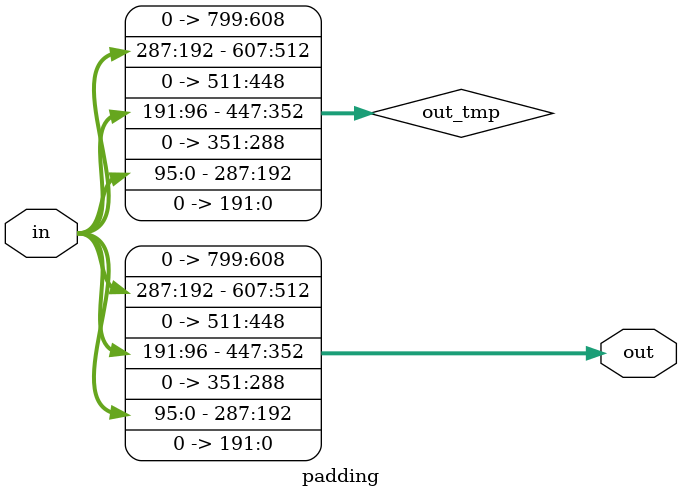
<source format=v>
`timescale 1ns / 1ps


module padding#(parameter imageWidth = 3,imageHeight = 3, kernalSize = 3,wordlength = 32)( 
       input [wordlength*imageHeight*imageWidth-1:0] in,
       output [wordlength*(imageHeight+(kernalSize-1))*(imageWidth+(kernalSize-1))-1:0] out
    );
    
    wire [wordlength*(imageHeight+kernalSize-1)*(imageWidth+kernalSize-1)-1:0] out_tmp;
    
    genvar i;
    generate 
        for(i=0;i<imageHeight+kernalSize-1;i=i+1) begin
            if(((kernalSize-1)/2-i)>0||((kernalSize-1)/2+i)>(imageHeight+(kernalSize-1)-1)) begin
                assign out_tmp[(i+1)*(imageWidth+kernalSize-1)*wordlength-1:i*(imageWidth+kernalSize-1)*wordlength] =  {((imageWidth+kernalSize-1)*wordlength){1'b0}};
            end 
            else begin
                assign out_tmp[(i+1)*(imageWidth+kernalSize-1)*wordlength-1:i*(imageWidth+kernalSize-1)*wordlength] = {{(((kernalSize-1)/2)*wordlength){1'b0}},{in[(i+1-(kernalSize-1)/2)*wordlength*imageWidth-1:(i-(kernalSize-1)/2)*wordlength*imageWidth]},{(((kernalSize-1)/2)*wordlength){1'b0}}};
            end
        end
    endgenerate
    assign out = out_tmp;
    
endmodule


</source>
